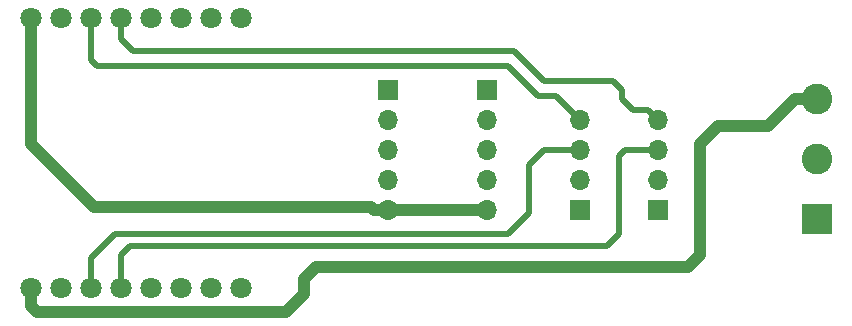
<source format=gbr>
%TF.GenerationSoftware,KiCad,Pcbnew,(5.0.2)-1*%
%TF.CreationDate,2021-01-29T10:22:33+01:00*%
%TF.ProjectId,radar_d1_mini_pcb,72616461-725f-4643-915f-6d696e695f70,rev?*%
%TF.SameCoordinates,Original*%
%TF.FileFunction,Copper,L2,Bot*%
%TF.FilePolarity,Positive*%
%FSLAX46Y46*%
G04 Gerber Fmt 4.6, Leading zero omitted, Abs format (unit mm)*
G04 Created by KiCad (PCBNEW (5.0.2)-1) date 29/01/2021 10:22:33*
%MOMM*%
%LPD*%
G01*
G04 APERTURE LIST*
%ADD10C,1.800000*%
%ADD11R,2.600000X2.600000*%
%ADD12C,2.600000*%
%ADD13R,1.700000X1.700000*%
%ADD14O,1.700000X1.700000*%
%ADD15C,1.000000*%
%ADD16C,0.500000*%
G04 APERTURE END LIST*
D10*
X123952000Y-139446000D03*
X121412000Y-139446000D03*
X118872000Y-139446000D03*
X116332000Y-139446000D03*
X113792000Y-139446000D03*
X111252000Y-139446000D03*
X108712000Y-139446000D03*
X106172000Y-139446000D03*
X106172000Y-116586000D03*
X108712000Y-116586000D03*
X111252000Y-116586000D03*
X113792000Y-116586000D03*
X116332000Y-116586000D03*
X118872000Y-116586000D03*
X121412000Y-116586000D03*
X123952000Y-116586000D03*
D11*
X172720000Y-133604000D03*
D12*
X172720000Y-128524000D03*
X172720000Y-123444000D03*
D13*
X159258000Y-132842000D03*
D14*
X159258000Y-130302000D03*
X159258000Y-127762000D03*
X159258000Y-125222000D03*
X152654000Y-125222000D03*
X152654000Y-127762000D03*
X152654000Y-130302000D03*
D13*
X152654000Y-132842000D03*
X144780000Y-122682000D03*
D14*
X144780000Y-125222000D03*
X144780000Y-127762000D03*
X144780000Y-130302000D03*
X144780000Y-132842000D03*
X136398000Y-132842000D03*
X136398000Y-130302000D03*
X136398000Y-127762000D03*
X136398000Y-125222000D03*
D13*
X136398000Y-122682000D03*
D15*
X106680000Y-141478000D02*
X106172000Y-140970000D01*
X127762000Y-141478000D02*
X106680000Y-141478000D01*
X129286000Y-138684000D02*
X129286000Y-139954000D01*
X130302000Y-137668000D02*
X129286000Y-138684000D01*
X161798000Y-137668000D02*
X130302000Y-137668000D01*
X170881523Y-123444000D02*
X168595523Y-125730000D01*
X129286000Y-139954000D02*
X127762000Y-141478000D01*
X172720000Y-123444000D02*
X170881523Y-123444000D01*
X168595523Y-125730000D02*
X164338000Y-125730000D01*
X164338000Y-125730000D02*
X162814000Y-127254000D01*
X106172000Y-140970000D02*
X106172000Y-139446000D01*
X162814000Y-127254000D02*
X162814000Y-136652000D01*
X162814000Y-136652000D02*
X161798000Y-137668000D01*
D16*
X156464000Y-127762000D02*
X155956000Y-128270000D01*
X159258000Y-127762000D02*
X156464000Y-127762000D01*
X155956000Y-128270000D02*
X155956000Y-134874000D01*
X155956000Y-134874000D02*
X154940000Y-135890000D01*
X113792000Y-136652000D02*
X113792000Y-139446000D01*
X154940000Y-135890000D02*
X114554000Y-135890000D01*
X114554000Y-135890000D02*
X113792000Y-136652000D01*
X111252000Y-136906000D02*
X111252000Y-139446000D01*
X149606000Y-127762000D02*
X148336000Y-129032000D01*
X152654000Y-127762000D02*
X149606000Y-127762000D01*
X148336000Y-133096000D02*
X146558000Y-134874000D01*
X146558000Y-134874000D02*
X113284000Y-134874000D01*
X148336000Y-129032000D02*
X148336000Y-133096000D01*
X113284000Y-134874000D02*
X111252000Y-136906000D01*
X111252000Y-120142000D02*
X111252000Y-116586000D01*
X111760000Y-120650000D02*
X111252000Y-120142000D01*
X146558000Y-120650000D02*
X111760000Y-120650000D01*
X149098000Y-123190000D02*
X146558000Y-120650000D01*
X152654000Y-125222000D02*
X150622000Y-123190000D01*
X150622000Y-123190000D02*
X149098000Y-123190000D01*
X158408001Y-124372001D02*
X157138001Y-124372001D01*
X159258000Y-125222000D02*
X158408001Y-124372001D01*
X157138001Y-124372001D02*
X156210000Y-123444000D01*
X156210000Y-123444000D02*
X156210000Y-122682000D01*
X156210000Y-122682000D02*
X155448000Y-121920000D01*
X155448000Y-121920000D02*
X149606000Y-121920000D01*
X149606000Y-121920000D02*
X147066000Y-119380000D01*
X147066000Y-119380000D02*
X114808000Y-119380000D01*
X113792000Y-118364000D02*
X113792000Y-116586000D01*
X114808000Y-119380000D02*
X113792000Y-118364000D01*
D15*
X106172000Y-127254000D02*
X106172000Y-116586000D01*
X111506000Y-132588000D02*
X106172000Y-127254000D01*
X134941919Y-132588000D02*
X111506000Y-132588000D01*
X136398000Y-132842000D02*
X135195919Y-132842000D01*
X135195919Y-132842000D02*
X134941919Y-132588000D01*
X144780000Y-132842000D02*
X136398000Y-132842000D01*
M02*

</source>
